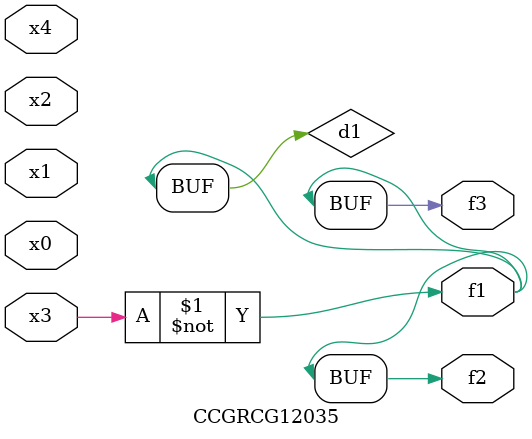
<source format=v>
module CCGRCG12035(
	input x0, x1, x2, x3, x4,
	output f1, f2, f3
);

	wire d1, d2;

	xnor (d1, x3);
	not (d2, x1);
	assign f1 = d1;
	assign f2 = d1;
	assign f3 = d1;
endmodule

</source>
